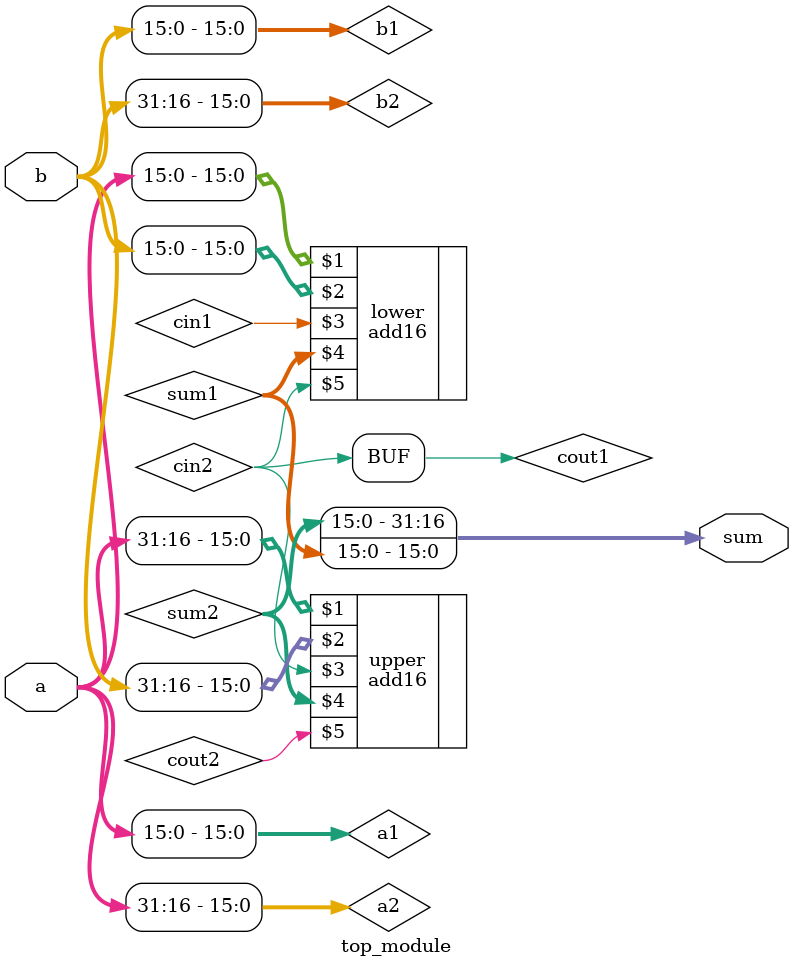
<source format=v>
module top_module(
    input [31:0] a,
    input [31:0] b,
    output [31:0] sum
);
    wire [15:0] a1, a2, b1, b2, sum1, sum2;
    wire cin1, cout1, cin2, cout2;
    
    assign a2 = a[31:16];
    assign a1 = a[15:0];
    
    assign b2 = b[31:16];
    assign b1 = b[15:0];
    
    assign sum2 = sum[31:16];
    assign sum1 = sum[15:0];
    
    assign cin2 = cout1;
    
    add16 lower(a1, b1, cin1, sum1, cout1);
    add16 upper(a2, b2, cin2, sum2, cout2);
    
    assign sum = {sum2, sum1};

endmodule

</source>
